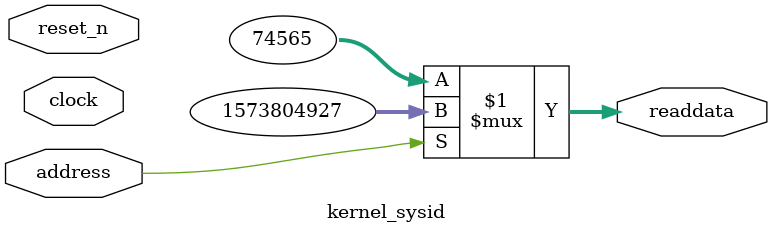
<source format=v>



// synthesis translate_off
`timescale 1ns / 1ps
// synthesis translate_on

// turn off superfluous verilog processor warnings 
// altera message_level Level1 
// altera message_off 10034 10035 10036 10037 10230 10240 10030 

module kernel_sysid (
               // inputs:
                address,
                clock,
                reset_n,

               // outputs:
                readdata
             )
;

  output  [ 31: 0] readdata;
  input            address;
  input            clock;
  input            reset_n;

  wire    [ 31: 0] readdata;
  //control_slave, which is an e_avalon_slave
  assign readdata = address ? 1573804927 : 74565;

endmodule



</source>
